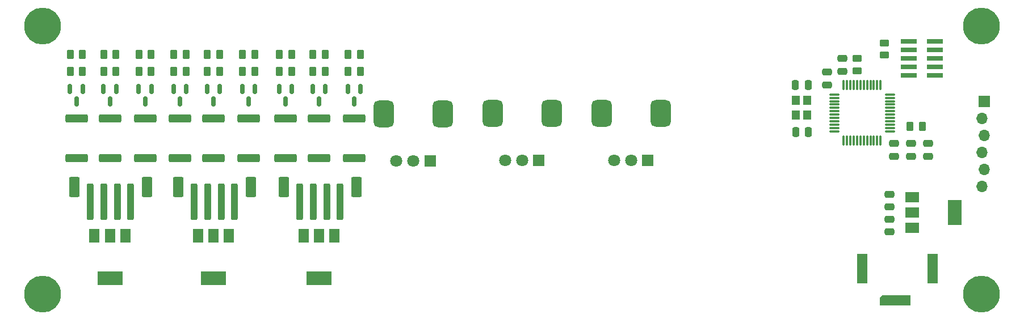
<source format=gbr>
%TF.GenerationSoftware,KiCad,Pcbnew,7.0.2-0*%
%TF.CreationDate,2023-07-03T21:11:49-04:00*%
%TF.ProjectId,controller,636f6e74-726f-46c6-9c65-722e6b696361,rev?*%
%TF.SameCoordinates,Original*%
%TF.FileFunction,Soldermask,Top*%
%TF.FilePolarity,Negative*%
%FSLAX46Y46*%
G04 Gerber Fmt 4.6, Leading zero omitted, Abs format (unit mm)*
G04 Created by KiCad (PCBNEW 7.0.2-0) date 2023-07-03 21:11:49*
%MOMM*%
%LPD*%
G01*
G04 APERTURE LIST*
G04 Aperture macros list*
%AMRoundRect*
0 Rectangle with rounded corners*
0 $1 Rounding radius*
0 $2 $3 $4 $5 $6 $7 $8 $9 X,Y pos of 4 corners*
0 Add a 4 corners polygon primitive as box body*
4,1,4,$2,$3,$4,$5,$6,$7,$8,$9,$2,$3,0*
0 Add four circle primitives for the rounded corners*
1,1,$1+$1,$2,$3*
1,1,$1+$1,$4,$5*
1,1,$1+$1,$6,$7*
1,1,$1+$1,$8,$9*
0 Add four rect primitives between the rounded corners*
20,1,$1+$1,$2,$3,$4,$5,0*
20,1,$1+$1,$4,$5,$6,$7,0*
20,1,$1+$1,$6,$7,$8,$9,0*
20,1,$1+$1,$8,$9,$2,$3,0*%
%AMOutline5P*
0 Free polygon, 5 corners , with rotation*
0 The origin of the aperture is its center*
0 number of corners: always 5*
0 $1 to $10 corner X, Y*
0 $11 Rotation angle, in degrees counterclockwise*
0 create outline with 5 corners*
4,1,5,$1,$2,$3,$4,$5,$6,$7,$8,$9,$10,$1,$2,$11*%
%AMOutline6P*
0 Free polygon, 6 corners , with rotation*
0 The origin of the aperture is its center*
0 number of corners: always 6*
0 $1 to $12 corner X, Y*
0 $13 Rotation angle, in degrees counterclockwise*
0 create outline with 6 corners*
4,1,6,$1,$2,$3,$4,$5,$6,$7,$8,$9,$10,$11,$12,$1,$2,$13*%
%AMOutline7P*
0 Free polygon, 7 corners , with rotation*
0 The origin of the aperture is its center*
0 number of corners: always 7*
0 $1 to $14 corner X, Y*
0 $15 Rotation angle, in degrees counterclockwise*
0 create outline with 7 corners*
4,1,7,$1,$2,$3,$4,$5,$6,$7,$8,$9,$10,$11,$12,$13,$14,$1,$2,$15*%
%AMOutline8P*
0 Free polygon, 8 corners , with rotation*
0 The origin of the aperture is its center*
0 number of corners: always 8*
0 $1 to $16 corner X, Y*
0 $17 Rotation angle, in degrees counterclockwise*
0 create outline with 8 corners*
4,1,8,$1,$2,$3,$4,$5,$6,$7,$8,$9,$10,$11,$12,$13,$14,$15,$16,$1,$2,$17*%
G04 Aperture macros list end*
%ADD10R,1.500000X2.000000*%
%ADD11R,3.800000X2.000000*%
%ADD12RoundRect,0.250000X0.262500X0.450000X-0.262500X0.450000X-0.262500X-0.450000X0.262500X-0.450000X0*%
%ADD13RoundRect,0.250000X1.425000X-0.362500X1.425000X0.362500X-1.425000X0.362500X-1.425000X-0.362500X0*%
%ADD14RoundRect,0.250000X0.475000X-0.250000X0.475000X0.250000X-0.475000X0.250000X-0.475000X-0.250000X0*%
%ADD15RoundRect,0.250000X-0.262500X-0.450000X0.262500X-0.450000X0.262500X0.450000X-0.262500X0.450000X0*%
%ADD16C,5.500000*%
%ADD17RoundRect,0.150000X-0.150000X0.587500X-0.150000X-0.587500X0.150000X-0.587500X0.150000X0.587500X0*%
%ADD18RoundRect,0.250000X0.250000X0.475000X-0.250000X0.475000X-0.250000X-0.475000X0.250000X-0.475000X0*%
%ADD19RoundRect,0.250000X-0.475000X0.250000X-0.475000X-0.250000X0.475000X-0.250000X0.475000X0.250000X0*%
%ADD20R,2.000000X1.500000*%
%ADD21R,2.000000X3.800000*%
%ADD22RoundRect,0.250000X0.450000X-0.262500X0.450000X0.262500X-0.450000X0.262500X-0.450000X-0.262500X0*%
%ADD23RoundRect,0.250000X-0.250000X-2.500000X0.250000X-2.500000X0.250000X2.500000X-0.250000X2.500000X0*%
%ADD24RoundRect,0.250000X-0.550000X-1.250000X0.550000X-1.250000X0.550000X1.250000X-0.550000X1.250000X0*%
%ADD25R,1.200000X1.400000*%
%ADD26R,2.400000X0.740000*%
%ADD27R,1.700000X1.700000*%
%ADD28O,1.700000X1.700000*%
%ADD29RoundRect,0.075000X-0.662500X-0.075000X0.662500X-0.075000X0.662500X0.075000X-0.662500X0.075000X0*%
%ADD30RoundRect,0.075000X-0.075000X-0.662500X0.075000X-0.662500X0.075000X0.662500X-0.075000X0.662500X0*%
%ADD31R,1.800000X1.800000*%
%ADD32C,1.800000*%
%ADD33RoundRect,0.750000X0.750000X-1.250000X0.750000X1.250000X-0.750000X1.250000X-0.750000X-1.250000X0*%
%ADD34R,1.500000X4.500000*%
%ADD35Outline5P,-0.750000X2.250000X0.750000X2.250000X0.750000X-2.250000X-0.450000X-2.250000X-0.750000X-1.950000X270.000000*%
G04 APERTURE END LIST*
D10*
%TO.C,U3*%
X48487500Y-36350000D03*
X46187500Y-36350000D03*
X43887500Y-36350000D03*
D11*
X46187500Y-42650000D03*
%TD*%
D12*
%TO.C,R17*%
X10912500Y-11750000D03*
X9087500Y-11750000D03*
%TD*%
%TO.C,R11*%
X21162499Y-11750000D03*
X19337499Y-11750000D03*
%TD*%
D13*
%TO.C,R3*%
X35687500Y-24712500D03*
X35687500Y-18787500D03*
%TD*%
D12*
%TO.C,R14*%
X15912500Y-11750000D03*
X14087500Y-11750000D03*
%TD*%
D14*
%TO.C,C5*%
X124250000Y-11750000D03*
X124250000Y-9850000D03*
%TD*%
D15*
%TO.C,R25*%
X40275000Y-9250000D03*
X42100000Y-9250000D03*
%TD*%
D16*
%TO.C,H3*%
X145000000Y-45000000D03*
%TD*%
D13*
%TO.C,R21*%
X51437500Y-24712500D03*
X51437500Y-18787500D03*
%TD*%
D17*
%TO.C,Q6*%
X10950000Y-14375000D03*
X9050000Y-14375000D03*
X10000000Y-16250000D03*
%TD*%
D12*
%TO.C,R20*%
X52350000Y-11750000D03*
X50525000Y-11750000D03*
%TD*%
D15*
%TO.C,R22*%
X45275000Y-9250000D03*
X47100000Y-9250000D03*
%TD*%
D13*
%TO.C,R18*%
X10000000Y-24712500D03*
X10000000Y-18787500D03*
%TD*%
D15*
%TO.C,R19*%
X50525000Y-9250000D03*
X52350000Y-9250000D03*
%TD*%
%TO.C,R10*%
X19337499Y-9250000D03*
X21162499Y-9250000D03*
%TD*%
D18*
%TO.C,C1*%
X119200000Y-20800000D03*
X117300000Y-20800000D03*
%TD*%
D19*
%TO.C,C7*%
X132000000Y-22550000D03*
X132000000Y-24450000D03*
%TD*%
D17*
%TO.C,Q9*%
X42137500Y-14375000D03*
X40237500Y-14375000D03*
X41187500Y-16250000D03*
%TD*%
D20*
%TO.C,U4*%
X134700000Y-30550000D03*
X134700000Y-32850000D03*
X134700000Y-35150000D03*
D21*
X141000000Y-32850000D03*
%TD*%
D19*
%TO.C,C4*%
X137000000Y-22550000D03*
X137000000Y-24450000D03*
%TD*%
D17*
%TO.C,Q7*%
X52387500Y-14375000D03*
X50487500Y-14375000D03*
X51437500Y-16250000D03*
%TD*%
D13*
%TO.C,R15*%
X15000000Y-24712500D03*
X15000000Y-18787500D03*
%TD*%
%TO.C,R27*%
X41187500Y-24712500D03*
X41187500Y-18787500D03*
%TD*%
D12*
%TO.C,R2*%
X36600000Y-11750000D03*
X34775000Y-11750000D03*
%TD*%
D10*
%TO.C,U1*%
X32737501Y-36350000D03*
X30437501Y-36350000D03*
X28137501Y-36350000D03*
D11*
X30437501Y-42650000D03*
%TD*%
D13*
%TO.C,R9*%
X25437501Y-24712500D03*
X25437501Y-18787500D03*
%TD*%
D22*
%TO.C,R28*%
X130500000Y-9325000D03*
X130500000Y-7500000D03*
%TD*%
D23*
%TO.C,J1*%
X27600000Y-31250000D03*
X29600000Y-31250000D03*
X31600000Y-31250000D03*
X33600000Y-31250000D03*
D24*
X25200000Y-29000000D03*
X36000000Y-29000000D03*
%TD*%
D13*
%TO.C,R6*%
X30437501Y-24712500D03*
X30437501Y-18787500D03*
%TD*%
D12*
%TO.C,R8*%
X26350001Y-11750000D03*
X24525001Y-11750000D03*
%TD*%
D23*
%TO.C,J4*%
X43350000Y-31250000D03*
X45350000Y-31250000D03*
X47350000Y-31250000D03*
X49350000Y-31250000D03*
D24*
X40950000Y-29000000D03*
X51750000Y-29000000D03*
%TD*%
D15*
%TO.C,R29*%
X134337500Y-20000000D03*
X136162500Y-20000000D03*
%TD*%
D12*
%TO.C,R23*%
X47100000Y-11750000D03*
X45275000Y-11750000D03*
%TD*%
D19*
%TO.C,C8*%
X131250000Y-33850000D03*
X131250000Y-35750000D03*
%TD*%
D16*
%TO.C,H1*%
X5000000Y-5000000D03*
%TD*%
D25*
%TO.C,Y1*%
X117300000Y-16100000D03*
X117300000Y-18300000D03*
X119000000Y-18300000D03*
X119000000Y-16100000D03*
%TD*%
D26*
%TO.C,J5*%
X138100000Y-12390000D03*
X134200000Y-12390000D03*
X138100000Y-11120000D03*
X134200000Y-11120000D03*
X138100000Y-9850000D03*
X134200000Y-9850000D03*
X138100000Y-8580000D03*
X134200000Y-8580000D03*
X138100000Y-7310000D03*
X134200000Y-7310000D03*
%TD*%
D18*
%TO.C,C2*%
X119150000Y-13800000D03*
X117250000Y-13800000D03*
%TD*%
D27*
%TO.C,J6*%
X145400000Y-16250000D03*
D28*
X145100000Y-18790000D03*
X145400000Y-21330000D03*
X145100000Y-23870000D03*
X145400000Y-26410000D03*
X145100000Y-28950000D03*
%TD*%
D13*
%TO.C,R24*%
X46187500Y-24712500D03*
X46187500Y-18787500D03*
%TD*%
D16*
%TO.C,H2*%
X145000000Y-5000000D03*
%TD*%
D12*
%TO.C,R26*%
X42100000Y-11750000D03*
X40275000Y-11750000D03*
%TD*%
D17*
%TO.C,Q8*%
X47137500Y-14375000D03*
X45237500Y-14375000D03*
X46187500Y-16250000D03*
%TD*%
%TO.C,Q5*%
X15950000Y-14375000D03*
X14050000Y-14375000D03*
X15000000Y-16250000D03*
%TD*%
D19*
%TO.C,C3*%
X134500000Y-22550000D03*
X134500000Y-24450000D03*
%TD*%
D17*
%TO.C,Q1*%
X36637500Y-14375000D03*
X34737500Y-14375000D03*
X35687500Y-16250000D03*
%TD*%
D12*
%TO.C,R5*%
X31350001Y-11750000D03*
X29525001Y-11750000D03*
%TD*%
D22*
%TO.C,R30*%
X126500000Y-11662500D03*
X126500000Y-9837500D03*
%TD*%
D15*
%TO.C,R4*%
X29525001Y-9250000D03*
X31350001Y-9250000D03*
%TD*%
%TO.C,R7*%
X24525001Y-9250000D03*
X26350001Y-9250000D03*
%TD*%
%TO.C,R1*%
X34775000Y-9250000D03*
X36600000Y-9250000D03*
%TD*%
%TO.C,R13*%
X14087500Y-9250000D03*
X15912500Y-9250000D03*
%TD*%
D13*
%TO.C,R12*%
X20249999Y-24712500D03*
X20249999Y-18787500D03*
%TD*%
D17*
%TO.C,Q4*%
X21199999Y-14375000D03*
X19299999Y-14375000D03*
X20249999Y-16250000D03*
%TD*%
%TO.C,Q2*%
X31387501Y-14375000D03*
X29487501Y-14375000D03*
X30437501Y-16250000D03*
%TD*%
D15*
%TO.C,R16*%
X9087500Y-9250000D03*
X10912500Y-9250000D03*
%TD*%
D14*
%TO.C,C6*%
X122000000Y-13750000D03*
X122000000Y-11850000D03*
%TD*%
D17*
%TO.C,Q3*%
X26387501Y-14375000D03*
X24487501Y-14375000D03*
X25437501Y-16250000D03*
%TD*%
D29*
%TO.C,U5*%
X123037500Y-15210000D03*
X123037500Y-15710000D03*
X123037500Y-16210000D03*
X123037500Y-16710000D03*
X123037500Y-17210000D03*
X123037500Y-17710000D03*
X123037500Y-18210000D03*
X123037500Y-18710000D03*
X123037500Y-19210000D03*
X123037500Y-19710000D03*
X123037500Y-20210000D03*
X123037500Y-20710000D03*
D30*
X124450000Y-22122500D03*
X124950000Y-22122500D03*
X125450000Y-22122500D03*
X125950000Y-22122500D03*
X126450000Y-22122500D03*
X126950000Y-22122500D03*
X127450000Y-22122500D03*
X127950000Y-22122500D03*
X128450000Y-22122500D03*
X128950000Y-22122500D03*
X129450000Y-22122500D03*
X129950000Y-22122500D03*
D29*
X131362500Y-20710000D03*
X131362500Y-20210000D03*
X131362500Y-19710000D03*
X131362500Y-19210000D03*
X131362500Y-18710000D03*
X131362500Y-18210000D03*
X131362500Y-17710000D03*
X131362500Y-17210000D03*
X131362500Y-16710000D03*
X131362500Y-16210000D03*
X131362500Y-15710000D03*
X131362500Y-15210000D03*
D30*
X129950000Y-13797500D03*
X129450000Y-13797500D03*
X128950000Y-13797500D03*
X128450000Y-13797500D03*
X127950000Y-13797500D03*
X127450000Y-13797500D03*
X126950000Y-13797500D03*
X126450000Y-13797500D03*
X125950000Y-13797500D03*
X125450000Y-13797500D03*
X124950000Y-13797500D03*
X124450000Y-13797500D03*
%TD*%
D10*
%TO.C,U2*%
X17300000Y-36350000D03*
X15000000Y-36350000D03*
X12700000Y-36350000D03*
D11*
X15000000Y-42650000D03*
%TD*%
D16*
%TO.C,H4*%
X5000000Y-45000000D03*
%TD*%
D14*
%TO.C,C9*%
X131250000Y-32000000D03*
X131250000Y-30100000D03*
%TD*%
D23*
%TO.C,J3*%
X12100000Y-31250000D03*
X14100000Y-31250000D03*
X16100000Y-31250000D03*
X18100000Y-31250000D03*
D24*
X9700000Y-29000000D03*
X20500000Y-29000000D03*
%TD*%
D31*
%TO.C,RV3*%
X62750000Y-25100000D03*
D32*
X60250000Y-25100000D03*
X57750000Y-25100000D03*
D33*
X55850000Y-18100000D03*
X64650000Y-18100000D03*
%TD*%
D31*
%TO.C,RV1*%
X95250000Y-25050000D03*
D32*
X92750000Y-25050000D03*
X90250000Y-25050000D03*
D33*
X88350000Y-18050000D03*
X97150000Y-18050000D03*
%TD*%
D31*
%TO.C,RV2*%
X79000000Y-25050000D03*
D32*
X76500000Y-25050000D03*
X74000000Y-25050000D03*
D33*
X72100000Y-18050000D03*
X80900000Y-18050000D03*
%TD*%
D34*
%TO.C,J2*%
X127250000Y-41250000D03*
X137750000Y-41250000D03*
D35*
X132150000Y-45950000D03*
%TD*%
M02*

</source>
